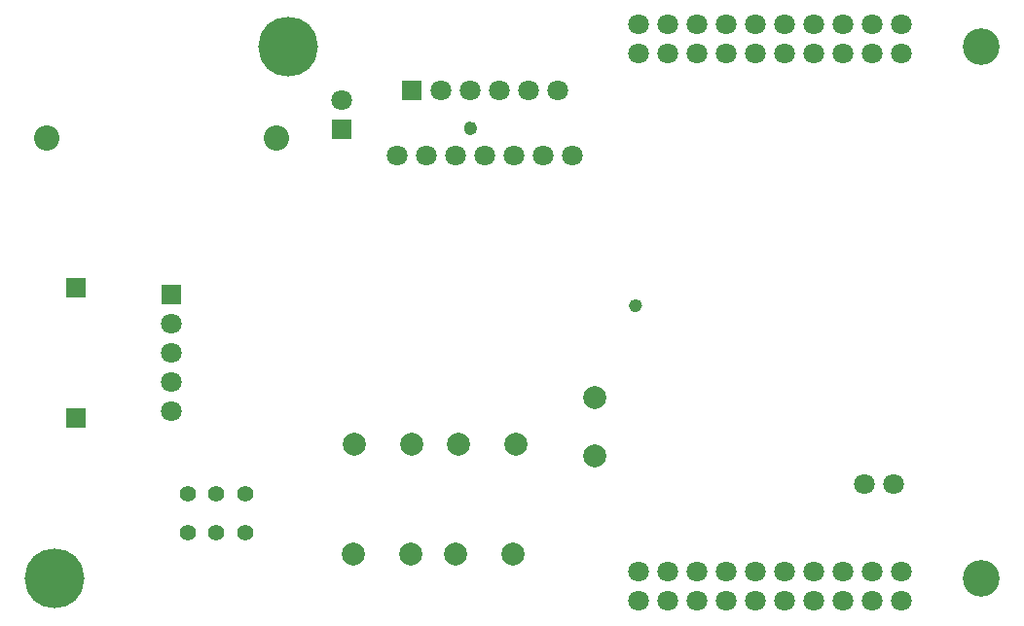
<source format=gbs>
G04 Layer_Color=16711935*
%FSTAX24Y24*%
%MOIN*%
G70*
G01*
G75*
%ADD54C,0.0710*%
%ADD55C,0.2049*%
%ADD56C,0.1261*%
%ADD57R,0.0671X0.0671*%
%ADD58C,0.0867*%
%ADD59R,0.0690X0.0690*%
%ADD60R,0.0710X0.0710*%
%ADD61C,0.0789*%
%ADD62C,0.0552*%
%ADD63C,0.0240*%
%ADD64C,0.0159*%
D54*
X034Y03529D02*
D03*
Y03629D02*
D03*
Y03429D02*
D03*
Y03329D02*
D03*
X05Y04554D02*
D03*
Y04654D02*
D03*
X051Y04554D02*
D03*
Y04654D02*
D03*
X052Y04554D02*
D03*
Y04654D02*
D03*
X053Y04554D02*
D03*
Y04654D02*
D03*
X054Y04554D02*
D03*
Y04654D02*
D03*
X055Y04554D02*
D03*
Y04654D02*
D03*
X056Y04554D02*
D03*
Y04654D02*
D03*
X057Y04554D02*
D03*
Y04654D02*
D03*
X058Y04554D02*
D03*
Y04654D02*
D03*
X059Y04554D02*
D03*
Y04654D02*
D03*
X05Y02679D02*
D03*
Y02779D02*
D03*
X051Y02679D02*
D03*
Y02779D02*
D03*
X052Y02679D02*
D03*
Y02779D02*
D03*
X053Y02679D02*
D03*
Y02779D02*
D03*
X054Y02679D02*
D03*
Y02779D02*
D03*
X055Y02679D02*
D03*
Y02779D02*
D03*
X056Y02679D02*
D03*
Y02779D02*
D03*
X057Y02679D02*
D03*
Y02779D02*
D03*
X058Y02679D02*
D03*
Y02779D02*
D03*
X059Y02679D02*
D03*
Y02779D02*
D03*
X04725Y04429D02*
D03*
X04625D02*
D03*
X04525D02*
D03*
X04425D02*
D03*
X04325D02*
D03*
X03985Y04395D02*
D03*
X04775Y04204D02*
D03*
X04175D02*
D03*
X04275D02*
D03*
X04375D02*
D03*
X04475D02*
D03*
X04575D02*
D03*
X04675D02*
D03*
X05875Y03079D02*
D03*
X05775D02*
D03*
D55*
X03Y02754D02*
D03*
X038Y04579D02*
D03*
D56*
X06175Y02754D02*
D03*
Y04579D02*
D03*
D57*
X034Y03729D02*
D03*
X030749Y033072D02*
D03*
Y037508D02*
D03*
D58*
X0376Y04265D02*
D03*
X029726D02*
D03*
D59*
X04225Y04429D02*
D03*
D60*
X03985Y04295D02*
D03*
D61*
X0485Y031772D02*
D03*
Y03374D02*
D03*
X043834Y03215D02*
D03*
X045803D02*
D03*
X040284D02*
D03*
X042253D02*
D03*
X04025Y02839D02*
D03*
X042218D02*
D03*
X04375D02*
D03*
X045718D02*
D03*
D62*
X036534Y029111D02*
D03*
X034566D02*
D03*
X03555Y03045D02*
D03*
X034566D02*
D03*
X036534D02*
D03*
X03555Y029111D02*
D03*
D63*
X050011Y03691D02*
G03*
X050011Y03691I-00011J0D01*
G01*
X04436Y042979D02*
G03*
X04436Y042979I-00011J0D01*
G01*
Y043001D02*
G03*
X04436Y043001I-00011J0D01*
G01*
D64*
X050023Y03691D02*
D03*
X049777D02*
D03*
X04425Y042857D02*
D03*
Y043123D02*
D03*
M02*

</source>
